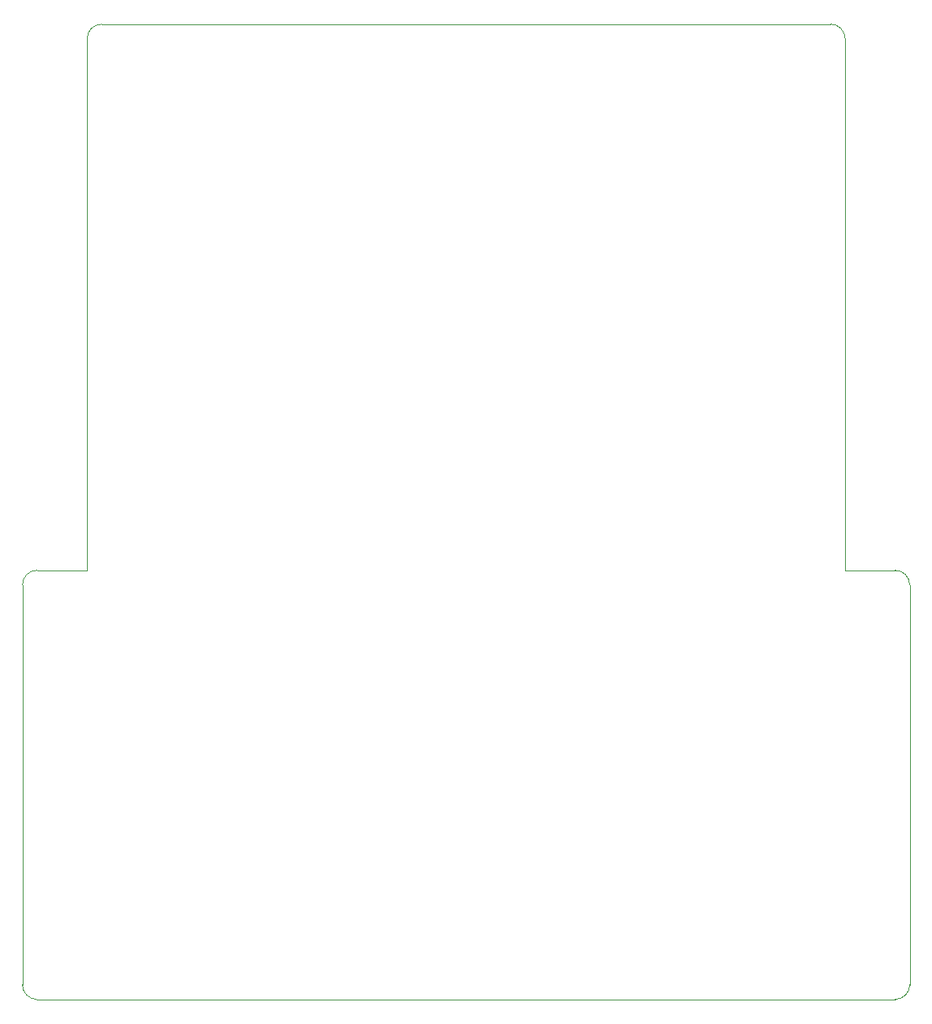
<source format=gbr>
%TF.GenerationSoftware,KiCad,Pcbnew,9.0.7*%
%TF.CreationDate,2026-02-09T19:02:23-08:00*%
%TF.ProjectId,VCU,5643552e-6b69-4636-9164-5f7063625858,1.5*%
%TF.SameCoordinates,Original*%
%TF.FileFunction,Profile,NP*%
%FSLAX46Y46*%
G04 Gerber Fmt 4.6, Leading zero omitted, Abs format (unit mm)*
G04 Created by KiCad (PCBNEW 9.0.7) date 2026-02-09 19:02:23*
%MOMM*%
%LPD*%
G01*
G04 APERTURE LIST*
%TA.AperFunction,Profile*%
%ADD10C,0.050000*%
%TD*%
G04 APERTURE END LIST*
D10*
X281938100Y-126286001D02*
G75*
G02*
X283462099Y-127810001I0J-1523999D01*
G01*
X281938100Y-170990000D02*
X192492001Y-170989998D01*
X197742681Y-70914001D02*
G75*
G02*
X199266681Y-69389981I1524019J1D01*
G01*
X197742682Y-70914001D02*
X197742179Y-126286001D01*
X276726020Y-126286001D02*
X281938100Y-126286001D01*
X283462099Y-169466000D02*
G75*
G02*
X281938100Y-170989999I-1523999J0D01*
G01*
X276726018Y-70914001D02*
X276726020Y-126286001D01*
X192492001Y-170989998D02*
G75*
G02*
X191005626Y-169466000I38099J1523998D01*
G01*
X191006602Y-169466000D02*
X191006600Y-127810002D01*
X191006600Y-127810002D02*
G75*
G02*
X192530600Y-126286000I1524000J2D01*
G01*
X199274700Y-69390002D02*
X275202000Y-69390002D01*
X283462101Y-127810001D02*
X283462099Y-169466000D01*
X192530600Y-126286001D02*
X197742179Y-126286001D01*
X275202019Y-69390001D02*
G75*
G02*
X276725999Y-70914001I-19J-1523999D01*
G01*
M02*

</source>
